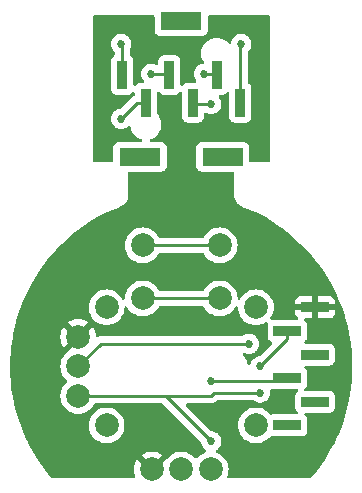
<source format=gbr>
%TF.GenerationSoftware,KiCad,Pcbnew,6.0.11-3.fc37*%
%TF.CreationDate,2023-09-06T08:49:03-04:00*%
%TF.ProjectId,gameKey-PCB-ThumbCluster,67616d65-4b65-4792-9d50-43422d546875,rev?*%
%TF.SameCoordinates,Original*%
%TF.FileFunction,Copper,L2,Bot*%
%TF.FilePolarity,Positive*%
%FSLAX46Y46*%
G04 Gerber Fmt 4.6, Leading zero omitted, Abs format (unit mm)*
G04 Created by KiCad (PCBNEW 6.0.11-3.fc37) date 2023-09-06 08:49:03*
%MOMM*%
%LPD*%
G01*
G04 APERTURE LIST*
%TA.AperFunction,SMDPad,CuDef*%
%ADD10R,0.850000X2.350000*%
%TD*%
%TA.AperFunction,WasherPad*%
%ADD11R,3.500000X1.500000*%
%TD*%
%TA.AperFunction,WasherPad*%
%ADD12C,2.000000*%
%TD*%
%TA.AperFunction,ComponentPad*%
%ADD13C,2.000000*%
%TD*%
%TA.AperFunction,SMDPad,CuDef*%
%ADD14R,2.350000X0.850000*%
%TD*%
%TA.AperFunction,ViaPad*%
%ADD15C,0.685800*%
%TD*%
%TA.AperFunction,Conductor*%
%ADD16C,0.254000*%
%TD*%
G04 APERTURE END LIST*
D10*
%TO.P,J2,1,Pin_1*%
%TO.N,/COL*%
X-5000000Y24675000D03*
%TO.P,J2,2,Pin_2*%
%TO.N,/NP*%
X-3000000Y22325000D03*
%TO.P,J2,3,Pin_3*%
%TO.N,/NW*%
X-1000000Y24675000D03*
%TO.P,J2,4,Pin_4*%
%TO.N,/NS*%
X1000000Y22325000D03*
%TO.P,J2,5,Pin_5*%
%TO.N,/NE*%
X3000000Y24675000D03*
%TO.P,J2,6,Pin_6*%
%TO.N,/NN*%
X5000000Y22325000D03*
%TD*%
D11*
%TO.P,NS1,*%
%TO.N,*%
X3500000Y17750000D03*
X-3500000Y17750000D03*
X0Y29250000D03*
%TD*%
D12*
%TO.P,JS1,*%
%TO.N,*%
X6325000Y-5000000D03*
X-6325000Y-5000000D03*
X-6325000Y5000000D03*
X6325000Y5000000D03*
D13*
%TO.P,JS1,1,GND*%
%TO.N,GND*%
X-2500000Y-8730000D03*
X-8730000Y2500000D03*
%TO.P,JS1,2,VCC*%
%TO.N,VCC*%
X2500000Y-8730000D03*
X-8730000Y-2500000D03*
%TO.P,JS1,3,RY*%
%TO.N,/JX*%
X-8730000Y0D03*
%TO.P,JS1,4,RX*%
%TO.N,/JY*%
X0Y-8730000D03*
%TO.P,JS1,5,SW-A*%
%TO.N,/JB*%
X3250000Y5750000D03*
X-3250000Y5750000D03*
%TO.P,JS1,6,SW-B*%
%TO.N,/JC*%
X3250000Y10250000D03*
X-3250000Y10250000D03*
%TD*%
D14*
%TO.P,J1,1,Pin_1*%
%TO.N,GND*%
X11335000Y5000000D03*
%TO.P,J1,2,Pin_2*%
%TO.N,VCC*%
X8985000Y3000000D03*
%TO.P,J1,3,Pin_3*%
%TO.N,/JX*%
X11335000Y1000000D03*
%TO.P,J1,4,Pin_4*%
%TO.N,/JY*%
X8985000Y-1000000D03*
%TO.P,J1,5,Pin_5*%
%TO.N,/JB*%
X11335000Y-3000000D03*
%TO.P,J1,6,Pin_6*%
%TO.N,/JC*%
X8985000Y-5000000D03*
%TD*%
D15*
%TO.N,/NS*%
X2540000Y22225000D03*
%TO.N,/NN*%
X5080000Y27305000D03*
%TO.N,/NE*%
X1905000Y24765000D03*
%TO.N,/NW*%
X-2540000Y24765000D03*
%TO.N,/NP*%
X-5080000Y20955000D03*
%TO.N,/COL*%
X-5080000Y27305000D03*
%TO.N,GND*%
X-9525000Y8890000D03*
X6350000Y12065000D03*
X9525000Y-6985000D03*
X-9525000Y-6985000D03*
X8890000Y8255000D03*
%TO.N,/JB*%
X11335000Y-3000000D03*
%TO.N,VCC*%
X2540000Y-6350000D03*
X6667500Y-2222500D03*
X6667500Y0D03*
%TO.N,/JY*%
X2540000Y-1270000D03*
%TO.N,/JX*%
X11335000Y1000000D03*
X5715000Y1905000D03*
%TO.N,/JC*%
X8985000Y-5000000D03*
%TD*%
D16*
%TO.N,/NS*%
X2540000Y22225000D02*
X1100000Y22225000D01*
X1100000Y22225000D02*
X1000000Y22325000D01*
%TO.N,/NN*%
X5080000Y27305000D02*
X5000000Y27225000D01*
X5000000Y27225000D02*
X5000000Y22325000D01*
%TO.N,/NE*%
X1905000Y24765000D02*
X2910000Y24765000D01*
X2910000Y24765000D02*
X3000000Y24675000D01*
%TO.N,/NW*%
X-2540000Y24765000D02*
X-1090000Y24765000D01*
X-1090000Y24765000D02*
X-1000000Y24675000D01*
%TO.N,/NP*%
X-5080000Y20955000D02*
X-3710000Y22325000D01*
X-3710000Y22325000D02*
X-3000000Y22325000D01*
%TO.N,/COL*%
X-5080000Y27305000D02*
X-5000000Y27225000D01*
X-5000000Y27225000D02*
X-5000000Y24675000D01*
%TO.N,/JB*%
X-3250000Y5750000D02*
X3250000Y5750000D01*
%TO.N,VCC*%
X8985000Y2317500D02*
X6667500Y0D01*
X2777500Y-2222500D02*
X6667500Y-2222500D01*
X-1310000Y-2500000D02*
X2500000Y-2500000D01*
X-1310000Y-2500000D02*
X2540000Y-6350000D01*
X8985000Y3000000D02*
X8985000Y2317500D01*
X-8730000Y-2500000D02*
X-1310000Y-2500000D01*
X2500000Y-2500000D02*
X2777500Y-2222500D01*
%TO.N,/JY*%
X2540000Y-1270000D02*
X8715000Y-1270000D01*
X8715000Y-1270000D02*
X8985000Y-1000000D01*
%TO.N,/JX*%
X-8730000Y0D02*
X-6825000Y1905000D01*
X-6825000Y1905000D02*
X5715000Y1905000D01*
%TO.N,/JC*%
X-3250000Y10250000D02*
X3250000Y10250000D01*
%TD*%
%TA.AperFunction,Conductor*%
%TO.N,GND*%
G36*
X-2316379Y29721499D02*
G01*
X-2269886Y29667843D01*
X-2258500Y29615501D01*
X-2258500Y28451866D01*
X-2251745Y28389684D01*
X-2200615Y28253295D01*
X-2113261Y28136739D01*
X-1996705Y28049385D01*
X-1860316Y27998255D01*
X-1798134Y27991500D01*
X1798134Y27991500D01*
X1860316Y27998255D01*
X1996705Y28049385D01*
X2113261Y28136739D01*
X2200615Y28253295D01*
X2251745Y28389684D01*
X2258500Y28451866D01*
X2258500Y29615501D01*
X2278502Y29683622D01*
X2332158Y29730115D01*
X2384500Y29741501D01*
X7365501Y29741501D01*
X7433622Y29721499D01*
X7480115Y29667843D01*
X7491501Y29615501D01*
X7491501Y17384501D01*
X7471499Y17316380D01*
X7417843Y17269887D01*
X7365501Y17258501D01*
X5884500Y17258501D01*
X5816379Y17278503D01*
X5769886Y17332159D01*
X5758500Y17384501D01*
X5758500Y18548134D01*
X5751745Y18610316D01*
X5700615Y18746705D01*
X5613261Y18863261D01*
X5496705Y18950615D01*
X5360316Y19001745D01*
X5298134Y19008500D01*
X1701866Y19008500D01*
X1639684Y19001745D01*
X1503295Y18950615D01*
X1386739Y18863261D01*
X1299385Y18746705D01*
X1248255Y18610316D01*
X1241500Y18548134D01*
X1241500Y16951866D01*
X1248255Y16889684D01*
X1299385Y16753295D01*
X1386739Y16636739D01*
X1503295Y16549385D01*
X1639684Y16498255D01*
X1701866Y16491500D01*
X4371272Y16491500D01*
X4439393Y16471498D01*
X4485886Y16417842D01*
X4496793Y16354519D01*
X4491910Y16298700D01*
X4491699Y16296293D01*
X4490433Y16286376D01*
X4486425Y16262554D01*
X4486272Y16250002D01*
X4487524Y16241263D01*
X4490228Y16222378D01*
X4491501Y16204516D01*
X4491501Y14544616D01*
X4489756Y14523717D01*
X4486424Y14503907D01*
X4486272Y14491355D01*
X4486960Y14486551D01*
X4486961Y14486539D01*
X4489198Y14470929D01*
X4490001Y14463938D01*
X4502674Y14317511D01*
X4547348Y14148833D01*
X4620325Y13990332D01*
X4719435Y13846717D01*
X4723241Y13842844D01*
X4723244Y13842840D01*
X4786463Y13778505D01*
X4841735Y13722255D01*
X4948883Y13645503D01*
X4979156Y13623819D01*
X4983591Y13620642D01*
X5083967Y13572278D01*
X5099318Y13564881D01*
X5108257Y13560122D01*
X5128619Y13548208D01*
X5134201Y13546011D01*
X5134437Y13545877D01*
X5134701Y13545814D01*
X5140300Y13543611D01*
X5150063Y13541423D01*
X5160508Y13539082D01*
X5180651Y13532755D01*
X5823083Y13270002D01*
X5828966Y13267419D01*
X6491927Y12955930D01*
X6497670Y12953050D01*
X7143863Y12608190D01*
X7149452Y12605022D01*
X7777249Y12227658D01*
X7782669Y12224209D01*
X8390404Y11815344D01*
X8395642Y11811623D01*
X8680326Y11598240D01*
X8981764Y11372298D01*
X8986785Y11368331D01*
X9499919Y10941183D01*
X9549756Y10899697D01*
X9554587Y10895462D01*
X10092915Y10398765D01*
X10097524Y10394290D01*
X10609850Y9870782D01*
X10614224Y9866078D01*
X10889641Y9554335D01*
X11099188Y9317149D01*
X11103315Y9312230D01*
X11333501Y9023241D01*
X11559675Y8739288D01*
X11563548Y8734162D01*
X11990114Y8138697D01*
X11993721Y8133381D01*
X12389372Y7516960D01*
X12392703Y7511467D01*
X12756422Y6875678D01*
X12759469Y6870022D01*
X13090305Y6216522D01*
X13093060Y6210718D01*
X13390163Y5541188D01*
X13392618Y5535251D01*
X13655199Y4851471D01*
X13657349Y4845416D01*
X13831211Y4313037D01*
X13884741Y4149122D01*
X13886579Y4142966D01*
X14078179Y3435999D01*
X14079701Y3429758D01*
X14235020Y2713934D01*
X14236222Y2707622D01*
X14354852Y1984805D01*
X14355730Y1978441D01*
X14437361Y1250536D01*
X14437914Y1244138D01*
X14444976Y1127903D01*
X14482336Y513007D01*
X14482562Y506587D01*
X14483036Y457670D01*
X14489628Y-222607D01*
X14489659Y-225845D01*
X14489558Y-232259D01*
X14461062Y-921797D01*
X14459312Y-964135D01*
X14458884Y-970526D01*
X14424147Y-1345811D01*
X14391371Y-1699900D01*
X14390616Y-1706280D01*
X14367788Y-1864500D01*
X14299658Y-2336703D01*
X14286014Y-2431266D01*
X14284936Y-2437585D01*
X14143523Y-3156262D01*
X14142125Y-3162524D01*
X14056376Y-3505077D01*
X13964248Y-3873114D01*
X13962529Y-3879304D01*
X13748677Y-4579859D01*
X13746645Y-4585954D01*
X13497357Y-5274713D01*
X13495034Y-5280654D01*
X13324080Y-5686963D01*
X13210949Y-5955842D01*
X13208307Y-5961698D01*
X12890200Y-6621479D01*
X12887263Y-6627194D01*
X12535933Y-7269913D01*
X12535932Y-7269914D01*
X12532713Y-7275462D01*
X12149063Y-7899463D01*
X12145567Y-7904836D01*
X11730619Y-8508454D01*
X11726846Y-8513654D01*
X11281680Y-9095324D01*
X11277647Y-9100324D01*
X10983065Y-9447077D01*
X10923717Y-9486043D01*
X10887039Y-9491499D01*
X4005938Y-9491499D01*
X3937817Y-9471497D01*
X3891324Y-9417841D01*
X3881220Y-9347567D01*
X3889529Y-9317281D01*
X3937211Y-9202167D01*
X3937212Y-9202165D01*
X3939105Y-9197594D01*
X3979563Y-9029076D01*
X3993380Y-8971524D01*
X3993381Y-8971518D01*
X3994535Y-8966711D01*
X4013165Y-8730000D01*
X3994535Y-8493289D01*
X3939105Y-8262406D01*
X3937211Y-8257833D01*
X3850135Y-8047611D01*
X3850133Y-8047607D01*
X3848240Y-8043037D01*
X3845654Y-8038817D01*
X3726759Y-7844798D01*
X3726755Y-7844792D01*
X3724176Y-7840584D01*
X3569969Y-7660031D01*
X3389416Y-7505824D01*
X3385208Y-7503245D01*
X3385202Y-7503241D01*
X3191183Y-7384346D01*
X3186963Y-7381760D01*
X3182393Y-7379867D01*
X3182389Y-7379865D01*
X3097034Y-7344510D01*
X3000860Y-7304674D01*
X2945580Y-7260127D01*
X2923159Y-7192764D01*
X2940717Y-7123972D01*
X2975018Y-7086330D01*
X3019412Y-7054076D01*
X3112836Y-6986199D01*
X3232591Y-6853197D01*
X3322077Y-6698203D01*
X3377382Y-6527991D01*
X3380899Y-6494535D01*
X3395400Y-6356565D01*
X3396090Y-6350000D01*
X3377382Y-6172009D01*
X3322077Y-6001797D01*
X3232591Y-5846803D01*
X3112836Y-5713801D01*
X3069602Y-5682389D01*
X2973387Y-5612485D01*
X2973386Y-5612484D01*
X2968045Y-5608604D01*
X2962017Y-5605920D01*
X2962015Y-5605919D01*
X2810577Y-5538495D01*
X2810576Y-5538495D01*
X2804546Y-5535810D01*
X2629486Y-5498600D01*
X2626347Y-5498600D01*
X2561878Y-5472079D01*
X2551607Y-5462874D01*
X439328Y-3350595D01*
X405302Y-3288283D01*
X410367Y-3217468D01*
X452914Y-3160632D01*
X519434Y-3135821D01*
X528423Y-3135500D01*
X2420980Y-3135500D01*
X2432214Y-3136030D01*
X2439719Y-3137708D01*
X2508012Y-3135562D01*
X2511969Y-3135500D01*
X2539983Y-3135500D01*
X2543908Y-3135004D01*
X2543909Y-3135004D01*
X2544004Y-3134992D01*
X2555849Y-3134059D01*
X2585670Y-3133122D01*
X2592282Y-3132914D01*
X2592283Y-3132914D01*
X2600205Y-3132665D01*
X2619749Y-3126987D01*
X2639112Y-3122977D01*
X2651440Y-3121420D01*
X2651442Y-3121420D01*
X2659299Y-3120427D01*
X2666663Y-3117511D01*
X2666668Y-3117510D01*
X2700556Y-3104093D01*
X2711785Y-3100248D01*
X2728465Y-3095402D01*
X2754393Y-3087869D01*
X2761220Y-3083831D01*
X2761223Y-3083830D01*
X2771906Y-3077512D01*
X2789664Y-3068812D01*
X2801215Y-3064239D01*
X2801221Y-3064235D01*
X2808588Y-3061319D01*
X2844491Y-3035234D01*
X2854410Y-3028719D01*
X2885768Y-3010174D01*
X2885772Y-3010171D01*
X2892598Y-3006134D01*
X2906982Y-2991750D01*
X2922016Y-2978909D01*
X2932073Y-2971602D01*
X2938487Y-2966942D01*
X2944218Y-2960015D01*
X2966777Y-2932745D01*
X2974767Y-2923965D01*
X3003827Y-2894905D01*
X3066139Y-2860879D01*
X3092922Y-2858000D01*
X6052762Y-2858000D01*
X6120883Y-2878002D01*
X6126823Y-2882064D01*
X6239455Y-2963896D01*
X6245483Y-2966580D01*
X6245485Y-2966581D01*
X6396923Y-3034005D01*
X6402954Y-3036690D01*
X6490484Y-3055295D01*
X6571557Y-3072528D01*
X6571561Y-3072528D01*
X6578014Y-3073900D01*
X6756986Y-3073900D01*
X6763439Y-3072528D01*
X6763443Y-3072528D01*
X6844516Y-3055295D01*
X6932046Y-3036690D01*
X6938077Y-3034005D01*
X7089515Y-2966581D01*
X7089517Y-2966580D01*
X7095545Y-2963896D01*
X7144716Y-2928171D01*
X7234992Y-2862582D01*
X7234994Y-2862580D01*
X7240336Y-2858699D01*
X7269988Y-2825767D01*
X7355672Y-2730605D01*
X7355673Y-2730604D01*
X7360091Y-2725697D01*
X7449577Y-2570703D01*
X7504882Y-2400491D01*
X7523590Y-2222500D01*
X7513844Y-2129771D01*
X7505311Y-2048588D01*
X7518083Y-1978749D01*
X7566585Y-1926903D01*
X7635418Y-1909508D01*
X7674848Y-1917434D01*
X7699684Y-1926745D01*
X7707532Y-1927598D01*
X7707534Y-1927598D01*
X7758469Y-1933131D01*
X7761866Y-1933500D01*
X9789774Y-1933500D01*
X9857895Y-1953502D01*
X9904388Y-2007158D01*
X9914492Y-2077432D01*
X9884998Y-2142012D01*
X9865339Y-2160326D01*
X9796739Y-2211739D01*
X9709385Y-2328295D01*
X9658255Y-2464684D01*
X9651500Y-2526866D01*
X9651500Y-3473134D01*
X9658255Y-3535316D01*
X9709385Y-3671705D01*
X9796739Y-3788261D01*
X9803919Y-3793642D01*
X9803920Y-3793643D01*
X9865339Y-3839674D01*
X9907854Y-3896533D01*
X9912880Y-3967352D01*
X9878820Y-4029645D01*
X9816489Y-4063635D01*
X9789774Y-4066500D01*
X7761866Y-4066500D01*
X7699684Y-4073255D01*
X7692288Y-4076027D01*
X7692282Y-4076029D01*
X7644217Y-4094048D01*
X7573410Y-4099231D01*
X7511041Y-4065310D01*
X7504177Y-4057897D01*
X7398177Y-3933787D01*
X7394969Y-3930031D01*
X7214416Y-3775824D01*
X7210208Y-3773245D01*
X7210202Y-3773241D01*
X7016183Y-3654346D01*
X7011963Y-3651760D01*
X7007393Y-3649867D01*
X7007389Y-3649865D01*
X6797167Y-3562789D01*
X6797165Y-3562788D01*
X6792594Y-3560895D01*
X6686050Y-3535316D01*
X6566524Y-3506620D01*
X6566518Y-3506619D01*
X6561711Y-3505465D01*
X6325000Y-3486835D01*
X6088289Y-3505465D01*
X6083482Y-3506619D01*
X6083476Y-3506620D01*
X5963950Y-3535316D01*
X5857406Y-3560895D01*
X5852835Y-3562788D01*
X5852833Y-3562789D01*
X5642611Y-3649865D01*
X5642607Y-3649867D01*
X5638037Y-3651760D01*
X5633817Y-3654346D01*
X5439798Y-3773241D01*
X5439792Y-3773245D01*
X5435584Y-3775824D01*
X5255031Y-3930031D01*
X5100824Y-4110584D01*
X5098245Y-4114792D01*
X5098241Y-4114798D01*
X5034436Y-4218919D01*
X4976760Y-4313037D01*
X4974867Y-4317607D01*
X4974865Y-4317611D01*
X4970440Y-4328295D01*
X4885895Y-4532406D01*
X4830465Y-4763289D01*
X4811835Y-5000000D01*
X4830465Y-5236711D01*
X4831619Y-5241518D01*
X4831620Y-5241524D01*
X4866640Y-5387391D01*
X4885895Y-5467594D01*
X4887788Y-5472165D01*
X4887789Y-5472167D01*
X4943191Y-5605919D01*
X4976760Y-5686963D01*
X4979346Y-5691183D01*
X5098241Y-5885202D01*
X5098245Y-5885208D01*
X5100824Y-5889416D01*
X5255031Y-6069969D01*
X5435584Y-6224176D01*
X5439792Y-6226755D01*
X5439798Y-6226759D01*
X5630196Y-6343435D01*
X5638037Y-6348240D01*
X5642607Y-6350133D01*
X5642611Y-6350135D01*
X5831588Y-6428411D01*
X5857406Y-6439105D01*
X5937609Y-6458360D01*
X6083476Y-6493380D01*
X6083482Y-6493381D01*
X6088289Y-6494535D01*
X6325000Y-6513165D01*
X6561711Y-6494535D01*
X6566518Y-6493381D01*
X6566524Y-6493380D01*
X6712391Y-6458360D01*
X6792594Y-6439105D01*
X6818412Y-6428411D01*
X7007389Y-6350135D01*
X7007393Y-6350133D01*
X7011963Y-6348240D01*
X7019804Y-6343435D01*
X7210202Y-6226759D01*
X7210208Y-6226755D01*
X7214416Y-6224176D01*
X7394969Y-6069969D01*
X7504177Y-5942103D01*
X7563627Y-5903294D01*
X7634622Y-5902788D01*
X7644217Y-5905952D01*
X7692282Y-5923971D01*
X7692288Y-5923973D01*
X7699684Y-5926745D01*
X7761866Y-5933500D01*
X10208134Y-5933500D01*
X10270316Y-5926745D01*
X10406705Y-5875615D01*
X10523261Y-5788261D01*
X10610615Y-5671705D01*
X10661745Y-5535316D01*
X10668500Y-5473134D01*
X10668500Y-4526866D01*
X10661745Y-4464684D01*
X10610615Y-4328295D01*
X10523261Y-4211739D01*
X10454661Y-4160326D01*
X10412146Y-4103467D01*
X10407120Y-4032648D01*
X10441180Y-3970355D01*
X10503511Y-3936365D01*
X10530226Y-3933500D01*
X12558134Y-3933500D01*
X12620316Y-3926745D01*
X12756705Y-3875615D01*
X12873261Y-3788261D01*
X12960615Y-3671705D01*
X13011745Y-3535316D01*
X13018500Y-3473134D01*
X13018500Y-2526866D01*
X13011745Y-2464684D01*
X12960615Y-2328295D01*
X12873261Y-2211739D01*
X12756705Y-2124385D01*
X12620316Y-2073255D01*
X12558134Y-2066500D01*
X10530226Y-2066500D01*
X10462105Y-2046498D01*
X10415612Y-1992842D01*
X10405508Y-1922568D01*
X10435002Y-1857988D01*
X10454661Y-1839674D01*
X10516080Y-1793643D01*
X10516081Y-1793642D01*
X10523261Y-1788261D01*
X10610615Y-1671705D01*
X10661745Y-1535316D01*
X10668500Y-1473134D01*
X10668500Y-526866D01*
X10661745Y-464684D01*
X10610615Y-328295D01*
X10523261Y-211739D01*
X10454661Y-160326D01*
X10412146Y-103467D01*
X10407120Y-32648D01*
X10441180Y29645D01*
X10503511Y63635D01*
X10530226Y66500D01*
X12558134Y66500D01*
X12620316Y73255D01*
X12756705Y124385D01*
X12873261Y211739D01*
X12960615Y328295D01*
X13011745Y464684D01*
X13018500Y526866D01*
X13018500Y1473134D01*
X13011745Y1535316D01*
X12960615Y1671705D01*
X12873261Y1788261D01*
X12756705Y1875615D01*
X12620316Y1926745D01*
X12558134Y1933500D01*
X10530226Y1933500D01*
X10462105Y1953502D01*
X10415612Y2007158D01*
X10405508Y2077432D01*
X10435002Y2142012D01*
X10454661Y2160326D01*
X10516080Y2206357D01*
X10516081Y2206358D01*
X10523261Y2211739D01*
X10610615Y2328295D01*
X10661745Y2464684D01*
X10668500Y2526866D01*
X10668500Y3473134D01*
X10661745Y3535316D01*
X10610615Y3671705D01*
X10523261Y3788261D01*
X10453994Y3840174D01*
X10411479Y3897033D01*
X10406453Y3967852D01*
X10440513Y4030145D01*
X10502845Y4064135D01*
X10529559Y4067000D01*
X11062885Y4067000D01*
X11078124Y4071475D01*
X11079329Y4072865D01*
X11081000Y4080548D01*
X11081000Y4085116D01*
X11589000Y4085116D01*
X11593475Y4069877D01*
X11594865Y4068672D01*
X11602548Y4067001D01*
X12554669Y4067001D01*
X12561490Y4067371D01*
X12612352Y4072895D01*
X12627604Y4076521D01*
X12748054Y4121676D01*
X12763649Y4130214D01*
X12865724Y4206715D01*
X12878285Y4219276D01*
X12954786Y4321351D01*
X12963324Y4336946D01*
X13008478Y4457394D01*
X13012105Y4472649D01*
X13017631Y4523514D01*
X13018000Y4530328D01*
X13018000Y4727885D01*
X13013525Y4743124D01*
X13012135Y4744329D01*
X13004452Y4746000D01*
X11607115Y4746000D01*
X11591876Y4741525D01*
X11590671Y4740135D01*
X11589000Y4732452D01*
X11589000Y4085116D01*
X11081000Y4085116D01*
X11081000Y4727885D01*
X11076525Y4743124D01*
X11075135Y4744329D01*
X11067452Y4746000D01*
X9670116Y4746000D01*
X9654877Y4741525D01*
X9653672Y4740135D01*
X9652001Y4732452D01*
X9652001Y4530331D01*
X9652371Y4523510D01*
X9657895Y4472648D01*
X9661521Y4457396D01*
X9706676Y4336946D01*
X9715214Y4321351D01*
X9791715Y4219276D01*
X9804276Y4206715D01*
X9866173Y4160326D01*
X9908688Y4103467D01*
X9913714Y4032649D01*
X9879654Y3970355D01*
X9817323Y3936365D01*
X9790608Y3933500D01*
X7761866Y3933500D01*
X7699684Y3926745D01*
X7692289Y3923973D01*
X7685935Y3922462D01*
X7615035Y3926165D01*
X7557392Y3967611D01*
X7531307Y4033642D01*
X7545062Y4103293D01*
X7549358Y4110880D01*
X7670649Y4308807D01*
X7670655Y4308818D01*
X7673240Y4313037D01*
X7683144Y4336946D01*
X7762211Y4527833D01*
X7762212Y4527835D01*
X7764105Y4532406D01*
X7783360Y4612609D01*
X7818380Y4758476D01*
X7818381Y4758482D01*
X7819535Y4763289D01*
X7838165Y5000000D01*
X7819535Y5236711D01*
X7815385Y5254000D01*
X7811036Y5272115D01*
X9652000Y5272115D01*
X9656475Y5256876D01*
X9657865Y5255671D01*
X9665548Y5254000D01*
X11062885Y5254000D01*
X11078124Y5258475D01*
X11079329Y5259865D01*
X11081000Y5267548D01*
X11081000Y5272115D01*
X11589000Y5272115D01*
X11593475Y5256876D01*
X11594865Y5255671D01*
X11602548Y5254000D01*
X12999884Y5254000D01*
X13015123Y5258475D01*
X13016328Y5259865D01*
X13017999Y5267548D01*
X13017999Y5469669D01*
X13017629Y5476490D01*
X13012105Y5527352D01*
X13008479Y5542604D01*
X12963324Y5663054D01*
X12954786Y5678649D01*
X12878285Y5780724D01*
X12865724Y5793285D01*
X12763649Y5869786D01*
X12748054Y5878324D01*
X12627606Y5923478D01*
X12612351Y5927105D01*
X12561486Y5932631D01*
X12554672Y5933000D01*
X11607115Y5933000D01*
X11591876Y5928525D01*
X11590671Y5927135D01*
X11589000Y5919452D01*
X11589000Y5272115D01*
X11081000Y5272115D01*
X11081000Y5914884D01*
X11076525Y5930123D01*
X11075135Y5931328D01*
X11067452Y5932999D01*
X10115331Y5932999D01*
X10108510Y5932629D01*
X10057648Y5927105D01*
X10042396Y5923479D01*
X9921946Y5878324D01*
X9906351Y5869786D01*
X9804276Y5793285D01*
X9791715Y5780724D01*
X9715214Y5678649D01*
X9706676Y5663054D01*
X9661522Y5542606D01*
X9657895Y5527351D01*
X9652369Y5476486D01*
X9652000Y5469672D01*
X9652000Y5272115D01*
X7811036Y5272115D01*
X7765260Y5462782D01*
X7764105Y5467594D01*
X7745178Y5513289D01*
X7675135Y5682389D01*
X7675133Y5682393D01*
X7673240Y5686963D01*
X7634611Y5750000D01*
X7551759Y5885202D01*
X7551755Y5885208D01*
X7549176Y5889416D01*
X7394969Y6069969D01*
X7214416Y6224176D01*
X7210208Y6226755D01*
X7210202Y6226759D01*
X7016183Y6345654D01*
X7011963Y6348240D01*
X7007393Y6350133D01*
X7007389Y6350135D01*
X6797167Y6437211D01*
X6797165Y6437212D01*
X6792594Y6439105D01*
X6712391Y6458360D01*
X6566524Y6493380D01*
X6566518Y6493381D01*
X6561711Y6494535D01*
X6325000Y6513165D01*
X6088289Y6494535D01*
X6083482Y6493381D01*
X6083476Y6493380D01*
X5937609Y6458360D01*
X5857406Y6439105D01*
X5852835Y6437212D01*
X5852833Y6437211D01*
X5642611Y6350135D01*
X5642607Y6350133D01*
X5638037Y6348240D01*
X5633817Y6345654D01*
X5439798Y6226759D01*
X5439792Y6226755D01*
X5435584Y6224176D01*
X5255031Y6069969D01*
X5100824Y5889416D01*
X5098242Y5885202D01*
X4994491Y5715897D01*
X4941843Y5668266D01*
X4871801Y5656659D01*
X4806604Y5684762D01*
X4766950Y5743653D01*
X4761446Y5771846D01*
X4750188Y5914884D01*
X4744535Y5986711D01*
X4725449Y6066213D01*
X4690260Y6212782D01*
X4689105Y6217594D01*
X4614365Y6398034D01*
X4600135Y6432389D01*
X4600133Y6432393D01*
X4598240Y6436963D01*
X4592907Y6445665D01*
X4476759Y6635202D01*
X4476755Y6635208D01*
X4474176Y6639416D01*
X4319969Y6819969D01*
X4139416Y6974176D01*
X4135208Y6976755D01*
X4135202Y6976759D01*
X3941183Y7095654D01*
X3936963Y7098240D01*
X3932393Y7100133D01*
X3932389Y7100135D01*
X3722167Y7187211D01*
X3722165Y7187212D01*
X3717594Y7189105D01*
X3637391Y7208360D01*
X3491524Y7243380D01*
X3491518Y7243381D01*
X3486711Y7244535D01*
X3250000Y7263165D01*
X3013289Y7244535D01*
X3008482Y7243381D01*
X3008476Y7243380D01*
X2862609Y7208360D01*
X2782406Y7189105D01*
X2777835Y7187212D01*
X2777833Y7187211D01*
X2567611Y7100135D01*
X2567607Y7100133D01*
X2563037Y7098240D01*
X2558817Y7095654D01*
X2364798Y6976759D01*
X2364792Y6976755D01*
X2360584Y6974176D01*
X2180031Y6819969D01*
X2025824Y6639416D01*
X1937041Y6494535D01*
X1907093Y6445665D01*
X1854445Y6398034D01*
X1799660Y6385500D01*
X-1799660Y6385500D01*
X-1867781Y6405502D01*
X-1907093Y6445665D01*
X-1937040Y6494535D01*
X-2025824Y6639416D01*
X-2180031Y6819969D01*
X-2360584Y6974176D01*
X-2364792Y6976755D01*
X-2364798Y6976759D01*
X-2558817Y7095654D01*
X-2563037Y7098240D01*
X-2567607Y7100133D01*
X-2567611Y7100135D01*
X-2777833Y7187211D01*
X-2777835Y7187212D01*
X-2782406Y7189105D01*
X-2862609Y7208360D01*
X-3008476Y7243380D01*
X-3008482Y7243381D01*
X-3013289Y7244535D01*
X-3250000Y7263165D01*
X-3486711Y7244535D01*
X-3491518Y7243381D01*
X-3491524Y7243380D01*
X-3637391Y7208360D01*
X-3717594Y7189105D01*
X-3722165Y7187212D01*
X-3722167Y7187211D01*
X-3932389Y7100135D01*
X-3932393Y7100133D01*
X-3936963Y7098240D01*
X-3941183Y7095654D01*
X-4135202Y6976759D01*
X-4135208Y6976755D01*
X-4139416Y6974176D01*
X-4319969Y6819969D01*
X-4474176Y6639416D01*
X-4476755Y6635208D01*
X-4476759Y6635202D01*
X-4592907Y6445665D01*
X-4598240Y6436963D01*
X-4600133Y6432393D01*
X-4600135Y6432389D01*
X-4614365Y6398034D01*
X-4689105Y6217594D01*
X-4690260Y6212782D01*
X-4725448Y6066213D01*
X-4744535Y5986711D01*
X-4750188Y5914884D01*
X-4761446Y5771846D01*
X-4786732Y5705504D01*
X-4843870Y5663365D01*
X-4914720Y5658806D01*
X-4976788Y5693275D01*
X-4994491Y5715897D01*
X-5098242Y5885202D01*
X-5100824Y5889416D01*
X-5255031Y6069969D01*
X-5435584Y6224176D01*
X-5439792Y6226755D01*
X-5439798Y6226759D01*
X-5633817Y6345654D01*
X-5638037Y6348240D01*
X-5642607Y6350133D01*
X-5642611Y6350135D01*
X-5852833Y6437211D01*
X-5852835Y6437212D01*
X-5857406Y6439105D01*
X-5937609Y6458360D01*
X-6083476Y6493380D01*
X-6083482Y6493381D01*
X-6088289Y6494535D01*
X-6325000Y6513165D01*
X-6561711Y6494535D01*
X-6566518Y6493381D01*
X-6566524Y6493380D01*
X-6712391Y6458360D01*
X-6792594Y6439105D01*
X-6797165Y6437212D01*
X-6797167Y6437211D01*
X-7007389Y6350135D01*
X-7007393Y6350133D01*
X-7011963Y6348240D01*
X-7016183Y6345654D01*
X-7210202Y6226759D01*
X-7210208Y6226755D01*
X-7214416Y6224176D01*
X-7394969Y6069969D01*
X-7549176Y5889416D01*
X-7551755Y5885208D01*
X-7551759Y5885202D01*
X-7634611Y5750000D01*
X-7673240Y5686963D01*
X-7675133Y5682393D01*
X-7675135Y5682389D01*
X-7745178Y5513289D01*
X-7764105Y5467594D01*
X-7765260Y5462782D01*
X-7815384Y5254000D01*
X-7819535Y5236711D01*
X-7838165Y5000000D01*
X-7819535Y4763289D01*
X-7818381Y4758482D01*
X-7818380Y4758476D01*
X-7783360Y4612609D01*
X-7764105Y4532406D01*
X-7762212Y4527835D01*
X-7762211Y4527833D01*
X-7683143Y4336946D01*
X-7673240Y4313037D01*
X-7670654Y4308817D01*
X-7551759Y4114798D01*
X-7551755Y4114792D01*
X-7549176Y4110584D01*
X-7394969Y3930031D01*
X-7214416Y3775824D01*
X-7210208Y3773245D01*
X-7210202Y3773241D01*
X-7056237Y3678891D01*
X-7011963Y3651760D01*
X-7007393Y3649867D01*
X-7007389Y3649865D01*
X-6893538Y3602707D01*
X-6792594Y3560895D01*
X-6716894Y3542721D01*
X-6566524Y3506620D01*
X-6566518Y3506619D01*
X-6561711Y3505465D01*
X-6325000Y3486835D01*
X-6088289Y3505465D01*
X-6083482Y3506619D01*
X-6083476Y3506620D01*
X-5933106Y3542721D01*
X-5857406Y3560895D01*
X-5756462Y3602707D01*
X-5642611Y3649865D01*
X-5642607Y3649867D01*
X-5638037Y3651760D01*
X-5593763Y3678891D01*
X-5439798Y3773241D01*
X-5439792Y3773245D01*
X-5435584Y3775824D01*
X-5255031Y3930031D01*
X-5100824Y4110584D01*
X-5098245Y4114792D01*
X-5098241Y4114798D01*
X-4979346Y4308817D01*
X-4976760Y4313037D01*
X-4966856Y4336946D01*
X-4887789Y4527833D01*
X-4887788Y4527835D01*
X-4885895Y4532406D01*
X-4866640Y4612609D01*
X-4831620Y4758476D01*
X-4831619Y4758482D01*
X-4830465Y4763289D01*
X-4813554Y4978154D01*
X-4788268Y5044496D01*
X-4731130Y5086635D01*
X-4660280Y5091194D01*
X-4598212Y5056725D01*
X-4580510Y5034104D01*
X-4474176Y4860584D01*
X-4319969Y4680031D01*
X-4139416Y4525824D01*
X-4135208Y4523245D01*
X-4135202Y4523241D01*
X-4027749Y4457394D01*
X-3936963Y4401760D01*
X-3932393Y4399867D01*
X-3932389Y4399865D01*
X-3722167Y4312789D01*
X-3717594Y4310895D01*
X-3637391Y4291640D01*
X-3491524Y4256620D01*
X-3491518Y4256619D01*
X-3486711Y4255465D01*
X-3250000Y4236835D01*
X-3013289Y4255465D01*
X-3008482Y4256619D01*
X-3008476Y4256620D01*
X-2862609Y4291640D01*
X-2782406Y4310895D01*
X-2777833Y4312789D01*
X-2567611Y4399865D01*
X-2567607Y4399867D01*
X-2563037Y4401760D01*
X-2472251Y4457394D01*
X-2364798Y4523241D01*
X-2364792Y4523245D01*
X-2360584Y4525824D01*
X-2180031Y4680031D01*
X-2025824Y4860584D01*
X-1907092Y5054336D01*
X-1854445Y5101966D01*
X-1799660Y5114500D01*
X1799660Y5114500D01*
X1867781Y5094498D01*
X1907092Y5054336D01*
X2025824Y4860584D01*
X2180031Y4680031D01*
X2360584Y4525824D01*
X2364792Y4523245D01*
X2364798Y4523241D01*
X2472251Y4457394D01*
X2563037Y4401760D01*
X2567607Y4399867D01*
X2567611Y4399865D01*
X2777833Y4312789D01*
X2782406Y4310895D01*
X2862609Y4291640D01*
X3008476Y4256620D01*
X3008482Y4256619D01*
X3013289Y4255465D01*
X3250000Y4236835D01*
X3486711Y4255465D01*
X3491518Y4256619D01*
X3491524Y4256620D01*
X3637391Y4291640D01*
X3717594Y4310895D01*
X3722167Y4312789D01*
X3932389Y4399865D01*
X3932393Y4399867D01*
X3936963Y4401760D01*
X4027749Y4457394D01*
X4135202Y4523241D01*
X4135208Y4523245D01*
X4139416Y4525824D01*
X4319969Y4680031D01*
X4474176Y4860584D01*
X4580509Y5034103D01*
X4633157Y5081734D01*
X4703199Y5093341D01*
X4768396Y5065238D01*
X4808050Y5006347D01*
X4813554Y4978154D01*
X4830465Y4763289D01*
X4831619Y4758482D01*
X4831620Y4758476D01*
X4866640Y4612609D01*
X4885895Y4532406D01*
X4887788Y4527835D01*
X4887789Y4527833D01*
X4966857Y4336946D01*
X4976760Y4313037D01*
X4979346Y4308817D01*
X5098241Y4114798D01*
X5098245Y4114792D01*
X5100824Y4110584D01*
X5255031Y3930031D01*
X5435584Y3775824D01*
X5439792Y3773245D01*
X5439798Y3773241D01*
X5593763Y3678891D01*
X5638037Y3651760D01*
X5642607Y3649867D01*
X5642611Y3649865D01*
X5756462Y3602707D01*
X5857406Y3560895D01*
X5933106Y3542721D01*
X6083476Y3506620D01*
X6083482Y3506619D01*
X6088289Y3505465D01*
X6325000Y3486835D01*
X6561711Y3505465D01*
X6566518Y3506619D01*
X6566524Y3506620D01*
X6716894Y3542721D01*
X6792594Y3560895D01*
X6893538Y3602707D01*
X7007389Y3649865D01*
X7007393Y3649867D01*
X7011963Y3651760D01*
X7016183Y3654346D01*
X7016193Y3654351D01*
X7140842Y3730737D01*
X7209375Y3749276D01*
X7277052Y3727820D01*
X7322385Y3673181D01*
X7330982Y3602707D01*
X7324659Y3579077D01*
X7311030Y3542721D01*
X7311029Y3542715D01*
X7308255Y3535316D01*
X7301500Y3473134D01*
X7301500Y2526866D01*
X7308255Y2464684D01*
X7359385Y2328295D01*
X7446739Y2211739D01*
X7563295Y2124385D01*
X7571704Y2121233D01*
X7571705Y2121232D01*
X7619965Y2103140D01*
X7676730Y2060499D01*
X7701430Y1993937D01*
X7686223Y1924588D01*
X7664831Y1896064D01*
X6655893Y887126D01*
X6593581Y853100D01*
X6583006Y851400D01*
X6578014Y851400D01*
X6402954Y814190D01*
X6396924Y811505D01*
X6396923Y811505D01*
X6245485Y744081D01*
X6245483Y744080D01*
X6239455Y741396D01*
X6234114Y737516D01*
X6234113Y737515D01*
X6116085Y651762D01*
X6094664Y636199D01*
X6090243Y631289D01*
X6090242Y631288D01*
X5996221Y526866D01*
X5974909Y503197D01*
X5885423Y348203D01*
X5883382Y341921D01*
X5883381Y341919D01*
X5876620Y321109D01*
X5838339Y203292D01*
X5798267Y144689D01*
X5732871Y117051D01*
X5662914Y129158D01*
X5610607Y177163D01*
X5594422Y220346D01*
X5594022Y222617D01*
X5593543Y228087D01*
X5589927Y241584D01*
X5535707Y443933D01*
X5535706Y443935D01*
X5534284Y449243D01*
X5530534Y457285D01*
X5439849Y651762D01*
X5439846Y651767D01*
X5437523Y656749D01*
X5364098Y761611D01*
X5309357Y839789D01*
X5309355Y839792D01*
X5306198Y844300D01*
X5226797Y923701D01*
X5192771Y986013D01*
X5197836Y1056828D01*
X5240383Y1113664D01*
X5306903Y1138475D01*
X5367140Y1127903D01*
X5444419Y1093496D01*
X5444427Y1093493D01*
X5450454Y1090810D01*
X5533411Y1073177D01*
X5619057Y1054972D01*
X5619061Y1054972D01*
X5625514Y1053600D01*
X5804486Y1053600D01*
X5810939Y1054972D01*
X5810943Y1054972D01*
X5896589Y1073177D01*
X5979546Y1090810D01*
X5990628Y1095744D01*
X6137015Y1160919D01*
X6137017Y1160920D01*
X6143045Y1163604D01*
X6226415Y1224176D01*
X6282492Y1264918D01*
X6282494Y1264920D01*
X6287836Y1268801D01*
X6292258Y1273712D01*
X6403172Y1396895D01*
X6403173Y1396896D01*
X6407591Y1401803D01*
X6497077Y1556797D01*
X6552382Y1727009D01*
X6571090Y1905000D01*
X6570400Y1911565D01*
X6553072Y2076427D01*
X6553072Y2076428D01*
X6552382Y2082991D01*
X6497077Y2253203D01*
X6407591Y2408197D01*
X6327609Y2497027D01*
X6292258Y2536288D01*
X6292257Y2536289D01*
X6287836Y2541199D01*
X6143045Y2646396D01*
X6137017Y2649080D01*
X6137015Y2649081D01*
X5985577Y2716505D01*
X5985576Y2716505D01*
X5979546Y2719190D01*
X5892016Y2737795D01*
X5810943Y2755028D01*
X5810939Y2755028D01*
X5804486Y2756400D01*
X5625514Y2756400D01*
X5619061Y2755028D01*
X5619057Y2755028D01*
X5537984Y2737795D01*
X5450454Y2719190D01*
X5444424Y2716505D01*
X5444423Y2716505D01*
X5292985Y2649081D01*
X5292983Y2649080D01*
X5286955Y2646396D01*
X5281614Y2642516D01*
X5281613Y2642515D01*
X5174323Y2564564D01*
X5107455Y2540705D01*
X5100262Y2540500D01*
X-6745968Y2540500D01*
X-6757207Y2541030D01*
X-6764719Y2542709D01*
X-6772644Y2542460D01*
X-6772645Y2542460D01*
X-6833030Y2540562D01*
X-6836988Y2540500D01*
X-6864983Y2540500D01*
X-6868917Y2540003D01*
X-6868919Y2540003D01*
X-6869006Y2539992D01*
X-6880840Y2539060D01*
X-6925205Y2537665D01*
X-6932818Y2535453D01*
X-6932819Y2535453D01*
X-6944748Y2531987D01*
X-6964112Y2527977D01*
X-6976440Y2526420D01*
X-6976442Y2526420D01*
X-6984299Y2525427D01*
X-6991663Y2522511D01*
X-6991668Y2522510D01*
X-7025556Y2509093D01*
X-7036785Y2505248D01*
X-7065081Y2497027D01*
X-7136077Y2497229D01*
X-7195694Y2535783D01*
X-7225003Y2600448D01*
X-7225847Y2608138D01*
X-7235572Y2731699D01*
X-7237115Y2741446D01*
X-7290217Y2962627D01*
X-7293266Y2972012D01*
X-7380313Y3182163D01*
X-7384795Y3190958D01*
X-7487432Y3358445D01*
X-7497890Y3367907D01*
X-7506666Y3364124D01*
X-9591080Y1279710D01*
X-9612026Y1241352D01*
X-9640782Y1205928D01*
X-9772424Y1093495D01*
X-9799969Y1069969D01*
X-9803177Y1066213D01*
X-9812778Y1054972D01*
X-9954176Y889416D01*
X-9956755Y885208D01*
X-9956759Y885202D01*
X-10043238Y744081D01*
X-10078240Y686963D01*
X-10080133Y682393D01*
X-10080135Y682389D01*
X-10167056Y472540D01*
X-10169105Y467594D01*
X-10174785Y443933D01*
X-10223365Y241584D01*
X-10224535Y236711D01*
X-10243165Y0D01*
X-10224535Y-236711D01*
X-10169105Y-467594D01*
X-10167212Y-472165D01*
X-10167211Y-472167D01*
X-10100260Y-633801D01*
X-10078240Y-686963D01*
X-10075654Y-691183D01*
X-9956759Y-885202D01*
X-9956755Y-885208D01*
X-9954176Y-889416D01*
X-9799969Y-1069969D01*
X-9796213Y-1073177D01*
X-9796208Y-1073182D01*
X-9701361Y-1154189D01*
X-9662551Y-1213639D01*
X-9662045Y-1284634D01*
X-9701361Y-1345811D01*
X-9796208Y-1426818D01*
X-9796213Y-1426823D01*
X-9799969Y-1430031D01*
X-9954176Y-1610584D01*
X-9956755Y-1614792D01*
X-9956759Y-1614798D01*
X-10012819Y-1706280D01*
X-10078240Y-1813037D01*
X-10080133Y-1817607D01*
X-10080135Y-1817611D01*
X-10128137Y-1933500D01*
X-10169105Y-2032406D01*
X-10172488Y-2046498D01*
X-10214742Y-2222500D01*
X-10224535Y-2263289D01*
X-10243165Y-2500000D01*
X-10224535Y-2736711D01*
X-10169105Y-2967594D01*
X-10167212Y-2972165D01*
X-10167211Y-2972167D01*
X-10088359Y-3162533D01*
X-10078240Y-3186963D01*
X-10075654Y-3191183D01*
X-9956759Y-3385202D01*
X-9956755Y-3385208D01*
X-9954176Y-3389416D01*
X-9799969Y-3569969D01*
X-9619416Y-3724176D01*
X-9615208Y-3726755D01*
X-9615202Y-3726759D01*
X-9506057Y-3793643D01*
X-9416963Y-3848240D01*
X-9412393Y-3850133D01*
X-9412389Y-3850135D01*
X-9300373Y-3896533D01*
X-9197594Y-3939105D01*
X-9117391Y-3958360D01*
X-8971524Y-3993380D01*
X-8971518Y-3993381D01*
X-8966711Y-3994535D01*
X-8730000Y-4013165D01*
X-8493289Y-3994535D01*
X-8488482Y-3993381D01*
X-8488476Y-3993380D01*
X-8342609Y-3958360D01*
X-8262406Y-3939105D01*
X-8159627Y-3896533D01*
X-8047611Y-3850135D01*
X-8047607Y-3850133D01*
X-8043037Y-3848240D01*
X-7953943Y-3793643D01*
X-7844798Y-3726759D01*
X-7844792Y-3726755D01*
X-7840584Y-3724176D01*
X-7660031Y-3569969D01*
X-7505824Y-3389416D01*
X-7387092Y-3195664D01*
X-7334445Y-3148034D01*
X-7279660Y-3135500D01*
X-1625422Y-3135500D01*
X-1557301Y-3155502D01*
X-1536327Y-3172405D01*
X1657367Y-6366099D01*
X1691393Y-6428411D01*
X1693582Y-6442023D01*
X1702618Y-6527991D01*
X1757923Y-6698203D01*
X1847409Y-6853197D01*
X1967164Y-6986199D01*
X2077470Y-7066341D01*
X2120823Y-7122562D01*
X2126898Y-7193298D01*
X2093767Y-7256090D01*
X2041219Y-7286023D01*
X2041929Y-7288209D01*
X2037217Y-7289740D01*
X2032406Y-7290895D01*
X2027835Y-7292788D01*
X2027833Y-7292789D01*
X1817611Y-7379865D01*
X1817607Y-7379867D01*
X1813037Y-7381760D01*
X1808817Y-7384346D01*
X1614798Y-7503241D01*
X1614792Y-7503245D01*
X1610584Y-7505824D01*
X1430031Y-7660031D01*
X1426823Y-7663787D01*
X1426818Y-7663792D01*
X1345811Y-7758639D01*
X1286361Y-7797449D01*
X1215366Y-7797955D01*
X1154189Y-7758639D01*
X1073182Y-7663792D01*
X1073177Y-7663787D01*
X1069969Y-7660031D01*
X889416Y-7505824D01*
X885208Y-7503245D01*
X885202Y-7503241D01*
X691183Y-7384346D01*
X686963Y-7381760D01*
X682393Y-7379867D01*
X682389Y-7379865D01*
X472167Y-7292789D01*
X472165Y-7292788D01*
X467594Y-7290895D01*
X339436Y-7260127D01*
X241524Y-7236620D01*
X241518Y-7236619D01*
X236711Y-7235465D01*
X0Y-7216835D01*
X-236711Y-7235465D01*
X-241518Y-7236619D01*
X-241524Y-7236620D01*
X-339436Y-7260127D01*
X-467594Y-7290895D01*
X-472165Y-7292788D01*
X-472167Y-7292789D01*
X-682389Y-7379865D01*
X-682393Y-7379867D01*
X-686963Y-7381760D01*
X-691183Y-7384346D01*
X-885202Y-7503241D01*
X-885208Y-7503245D01*
X-889416Y-7505824D01*
X-1069969Y-7660031D01*
X-1073177Y-7663787D01*
X-1208753Y-7822526D01*
X-1254686Y-7856402D01*
X-1276668Y-7865878D01*
X-2410905Y-9000115D01*
X-2473217Y-9034141D01*
X-2544032Y-9029076D01*
X-2589095Y-9000115D01*
X-3720290Y-7868920D01*
X-3732670Y-7862160D01*
X-3740320Y-7867887D01*
X-3845205Y-8039042D01*
X-3849687Y-8047837D01*
X-3936734Y-8257988D01*
X-3939783Y-8267373D01*
X-3992885Y-8488554D01*
X-3994428Y-8498301D01*
X-4012275Y-8725070D01*
X-4012275Y-8734930D01*
X-3994428Y-8961699D01*
X-3992885Y-8971446D01*
X-3939783Y-9192627D01*
X-3936734Y-9202012D01*
X-3888988Y-9317281D01*
X-3881399Y-9387871D01*
X-3913178Y-9451358D01*
X-3974237Y-9487585D01*
X-4005397Y-9491499D01*
X-10887036Y-9491499D01*
X-10955157Y-9471497D01*
X-10983062Y-9447077D01*
X-11277645Y-9100323D01*
X-11281678Y-9095323D01*
X-11726853Y-8513640D01*
X-11730626Y-8508440D01*
X-12145556Y-7904848D01*
X-12149060Y-7899463D01*
X-12395957Y-7497890D01*
X-3367907Y-7497890D01*
X-3364124Y-7506666D01*
X-2512812Y-8357978D01*
X-2498868Y-8365592D01*
X-2497035Y-8365461D01*
X-2490420Y-8361210D01*
X-1638920Y-7509710D01*
X-1632160Y-7497330D01*
X-1637887Y-7489680D01*
X-1809042Y-7384795D01*
X-1817837Y-7380313D01*
X-2027988Y-7293266D01*
X-2037373Y-7290217D01*
X-2258554Y-7237115D01*
X-2268301Y-7235572D01*
X-2495070Y-7217725D01*
X-2504930Y-7217725D01*
X-2731699Y-7235572D01*
X-2741446Y-7237115D01*
X-2962627Y-7290217D01*
X-2972012Y-7293266D01*
X-3182163Y-7380313D01*
X-3190958Y-7384795D01*
X-3358445Y-7487432D01*
X-3367907Y-7497890D01*
X-12395957Y-7497890D01*
X-12396301Y-7497330D01*
X-12532711Y-7275461D01*
X-12535930Y-7269913D01*
X-12564457Y-7217725D01*
X-12887260Y-6627194D01*
X-12890193Y-6621487D01*
X-12998114Y-6397650D01*
X-13208314Y-5961681D01*
X-13210951Y-5955834D01*
X-13224357Y-5923971D01*
X-13495032Y-5280653D01*
X-13497355Y-5274712D01*
X-13596784Y-5000000D01*
X-7838165Y-5000000D01*
X-7819535Y-5236711D01*
X-7818381Y-5241518D01*
X-7818380Y-5241524D01*
X-7783360Y-5387391D01*
X-7764105Y-5467594D01*
X-7762212Y-5472165D01*
X-7762211Y-5472167D01*
X-7706809Y-5605919D01*
X-7673240Y-5686963D01*
X-7670654Y-5691183D01*
X-7551759Y-5885202D01*
X-7551755Y-5885208D01*
X-7549176Y-5889416D01*
X-7394969Y-6069969D01*
X-7214416Y-6224176D01*
X-7210208Y-6226755D01*
X-7210202Y-6226759D01*
X-7019804Y-6343435D01*
X-7011963Y-6348240D01*
X-7007393Y-6350133D01*
X-7007389Y-6350135D01*
X-6818412Y-6428411D01*
X-6792594Y-6439105D01*
X-6712391Y-6458360D01*
X-6566524Y-6493380D01*
X-6566518Y-6493381D01*
X-6561711Y-6494535D01*
X-6325000Y-6513165D01*
X-6088289Y-6494535D01*
X-6083482Y-6493381D01*
X-6083476Y-6493380D01*
X-5937609Y-6458360D01*
X-5857406Y-6439105D01*
X-5831588Y-6428411D01*
X-5642611Y-6350135D01*
X-5642607Y-6350133D01*
X-5638037Y-6348240D01*
X-5630196Y-6343435D01*
X-5439798Y-6226759D01*
X-5439792Y-6226755D01*
X-5435584Y-6224176D01*
X-5255031Y-6069969D01*
X-5100824Y-5889416D01*
X-5098245Y-5885208D01*
X-5098241Y-5885202D01*
X-4979346Y-5691183D01*
X-4976760Y-5686963D01*
X-4943190Y-5605919D01*
X-4887789Y-5472167D01*
X-4887788Y-5472165D01*
X-4885895Y-5467594D01*
X-4866640Y-5387391D01*
X-4831620Y-5241524D01*
X-4831619Y-5241518D01*
X-4830465Y-5236711D01*
X-4811835Y-5000000D01*
X-4830465Y-4763289D01*
X-4885895Y-4532406D01*
X-4970440Y-4328295D01*
X-4974865Y-4317611D01*
X-4974867Y-4317607D01*
X-4976760Y-4313037D01*
X-5034436Y-4218919D01*
X-5098241Y-4114798D01*
X-5098245Y-4114792D01*
X-5100824Y-4110584D01*
X-5255031Y-3930031D01*
X-5435584Y-3775824D01*
X-5439792Y-3773245D01*
X-5439798Y-3773241D01*
X-5633817Y-3654346D01*
X-5638037Y-3651760D01*
X-5642607Y-3649867D01*
X-5642611Y-3649865D01*
X-5852833Y-3562789D01*
X-5852835Y-3562788D01*
X-5857406Y-3560895D01*
X-5963950Y-3535316D01*
X-6083476Y-3506620D01*
X-6083482Y-3506619D01*
X-6088289Y-3505465D01*
X-6325000Y-3486835D01*
X-6561711Y-3505465D01*
X-6566518Y-3506619D01*
X-6566524Y-3506620D01*
X-6686050Y-3535316D01*
X-6792594Y-3560895D01*
X-6797165Y-3562788D01*
X-6797167Y-3562789D01*
X-7007389Y-3649865D01*
X-7007393Y-3649867D01*
X-7011963Y-3651760D01*
X-7016183Y-3654346D01*
X-7210202Y-3773241D01*
X-7210208Y-3773245D01*
X-7214416Y-3775824D01*
X-7394969Y-3930031D01*
X-7549176Y-4110584D01*
X-7551755Y-4114792D01*
X-7551759Y-4114798D01*
X-7615564Y-4218919D01*
X-7673240Y-4313037D01*
X-7675133Y-4317607D01*
X-7675135Y-4317611D01*
X-7679560Y-4328295D01*
X-7764105Y-4532406D01*
X-7819535Y-4763289D01*
X-7838165Y-5000000D01*
X-13596784Y-5000000D01*
X-13746643Y-4585954D01*
X-13748675Y-4579859D01*
X-13962527Y-3879304D01*
X-13964246Y-3873114D01*
X-14056374Y-3505077D01*
X-14142123Y-3162524D01*
X-14143521Y-3156262D01*
X-14284934Y-2437584D01*
X-14286012Y-2431265D01*
X-14299655Y-2336703D01*
X-14375820Y-1808817D01*
X-14390614Y-1706280D01*
X-14391369Y-1699900D01*
X-14424145Y-1345811D01*
X-14458882Y-970526D01*
X-14459310Y-964135D01*
X-14461059Y-921797D01*
X-14489556Y-232258D01*
X-14489657Y-225844D01*
X-14489625Y-222607D01*
X-14483034Y457670D01*
X-14482560Y506587D01*
X-14482334Y513007D01*
X-14437912Y1244136D01*
X-14437359Y1250537D01*
X-14435657Y1265709D01*
X-14393509Y1641555D01*
X-14355729Y1978441D01*
X-14354851Y1984805D01*
X-14271105Y2495070D01*
X-10242275Y2495070D01*
X-10224428Y2268301D01*
X-10222885Y2258554D01*
X-10169783Y2037373D01*
X-10166734Y2027988D01*
X-10079687Y1817837D01*
X-10075205Y1809042D01*
X-9972568Y1641555D01*
X-9962110Y1632093D01*
X-9953334Y1635876D01*
X-9102022Y2487188D01*
X-9094408Y2501132D01*
X-9094539Y2502965D01*
X-9098790Y2509580D01*
X-9950290Y3361080D01*
X-9962670Y3367840D01*
X-9970320Y3362113D01*
X-10075205Y3190958D01*
X-10079687Y3182163D01*
X-10166734Y2972012D01*
X-10169783Y2962627D01*
X-10222885Y2741446D01*
X-10224428Y2731699D01*
X-10242275Y2504930D01*
X-10242275Y2495070D01*
X-14271105Y2495070D01*
X-14236220Y2707623D01*
X-14235018Y2713935D01*
X-14079700Y3429758D01*
X-14078178Y3435999D01*
X-13997926Y3732110D01*
X-9597907Y3732110D01*
X-9594124Y3723334D01*
X-8742812Y2872022D01*
X-8728868Y2864408D01*
X-8727035Y2864539D01*
X-8720420Y2868790D01*
X-7868920Y3720290D01*
X-7862160Y3732670D01*
X-7867887Y3740320D01*
X-8039042Y3845205D01*
X-8047837Y3849687D01*
X-8257988Y3936734D01*
X-8267373Y3939783D01*
X-8488554Y3992885D01*
X-8498301Y3994428D01*
X-8725070Y4012275D01*
X-8734930Y4012275D01*
X-8961699Y3994428D01*
X-8971446Y3992885D01*
X-9192627Y3939783D01*
X-9202012Y3936734D01*
X-9412163Y3849687D01*
X-9420958Y3845205D01*
X-9588445Y3742568D01*
X-9597907Y3732110D01*
X-13997926Y3732110D01*
X-13886577Y4142966D01*
X-13884739Y4149122D01*
X-13831208Y4313037D01*
X-13657347Y4845416D01*
X-13655197Y4851471D01*
X-13392616Y5535251D01*
X-13390161Y5541188D01*
X-13093058Y6210718D01*
X-13090303Y6216522D01*
X-12759467Y6870022D01*
X-12756420Y6875678D01*
X-12392701Y7511468D01*
X-12389370Y7516961D01*
X-11993719Y8133381D01*
X-11990112Y8138697D01*
X-11563546Y8734162D01*
X-11559673Y8739288D01*
X-11333499Y9023241D01*
X-11103313Y9312230D01*
X-11099186Y9317149D01*
X-10889638Y9554335D01*
X-10614222Y9866078D01*
X-10609848Y9870782D01*
X-10238730Y10250000D01*
X-4763165Y10250000D01*
X-4744535Y10013289D01*
X-4689105Y9782406D01*
X-4687212Y9777835D01*
X-4687211Y9777833D01*
X-4611271Y9594498D01*
X-4598240Y9563037D01*
X-4595654Y9558817D01*
X-4476759Y9364798D01*
X-4476755Y9364792D01*
X-4474176Y9360584D01*
X-4319969Y9180031D01*
X-4139416Y9025824D01*
X-4135208Y9023245D01*
X-4135202Y9023241D01*
X-3950622Y8910130D01*
X-3936963Y8901760D01*
X-3932393Y8899867D01*
X-3932389Y8899865D01*
X-3722167Y8812789D01*
X-3717594Y8810895D01*
X-3637391Y8791640D01*
X-3491524Y8756620D01*
X-3491518Y8756619D01*
X-3486711Y8755465D01*
X-3250000Y8736835D01*
X-3013289Y8755465D01*
X-3008482Y8756619D01*
X-3008476Y8756620D01*
X-2862609Y8791640D01*
X-2782406Y8810895D01*
X-2777833Y8812789D01*
X-2567611Y8899865D01*
X-2567607Y8899867D01*
X-2563037Y8901760D01*
X-2549378Y8910130D01*
X-2364798Y9023241D01*
X-2364792Y9023245D01*
X-2360584Y9025824D01*
X-2180031Y9180031D01*
X-2025824Y9360584D01*
X-1907092Y9554336D01*
X-1854445Y9601966D01*
X-1799660Y9614500D01*
X1799660Y9614500D01*
X1867781Y9594498D01*
X1907092Y9554336D01*
X2025824Y9360584D01*
X2180031Y9180031D01*
X2360584Y9025824D01*
X2364792Y9023245D01*
X2364798Y9023241D01*
X2549378Y8910130D01*
X2563037Y8901760D01*
X2567607Y8899867D01*
X2567611Y8899865D01*
X2777833Y8812789D01*
X2782406Y8810895D01*
X2862609Y8791640D01*
X3008476Y8756620D01*
X3008482Y8756619D01*
X3013289Y8755465D01*
X3250000Y8736835D01*
X3486711Y8755465D01*
X3491518Y8756619D01*
X3491524Y8756620D01*
X3637391Y8791640D01*
X3717594Y8810895D01*
X3722167Y8812789D01*
X3932389Y8899865D01*
X3932393Y8899867D01*
X3936963Y8901760D01*
X3950622Y8910130D01*
X4135202Y9023241D01*
X4135208Y9023245D01*
X4139416Y9025824D01*
X4319969Y9180031D01*
X4474176Y9360584D01*
X4476755Y9364792D01*
X4476759Y9364798D01*
X4595654Y9558817D01*
X4598240Y9563037D01*
X4611272Y9594498D01*
X4687211Y9777833D01*
X4687212Y9777835D01*
X4689105Y9782406D01*
X4744535Y10013289D01*
X4763165Y10250000D01*
X4744535Y10486711D01*
X4689105Y10717594D01*
X4619557Y10885500D01*
X4600135Y10932389D01*
X4600133Y10932393D01*
X4598240Y10936963D01*
X4592907Y10945665D01*
X4476759Y11135202D01*
X4476755Y11135208D01*
X4474176Y11139416D01*
X4319969Y11319969D01*
X4139416Y11474176D01*
X4135208Y11476755D01*
X4135202Y11476759D01*
X3941183Y11595654D01*
X3936963Y11598240D01*
X3932393Y11600133D01*
X3932389Y11600135D01*
X3722167Y11687211D01*
X3722165Y11687212D01*
X3717594Y11689105D01*
X3637391Y11708360D01*
X3491524Y11743380D01*
X3491518Y11743381D01*
X3486711Y11744535D01*
X3250000Y11763165D01*
X3013289Y11744535D01*
X3008482Y11743381D01*
X3008476Y11743380D01*
X2862609Y11708360D01*
X2782406Y11689105D01*
X2777835Y11687212D01*
X2777833Y11687211D01*
X2567611Y11600135D01*
X2567607Y11600133D01*
X2563037Y11598240D01*
X2558817Y11595654D01*
X2364798Y11476759D01*
X2364792Y11476755D01*
X2360584Y11474176D01*
X2180031Y11319969D01*
X2025824Y11139416D01*
X2023242Y11135202D01*
X1907093Y10945665D01*
X1854445Y10898034D01*
X1799660Y10885500D01*
X-1799660Y10885500D01*
X-1867781Y10905502D01*
X-1907093Y10945665D01*
X-2023242Y11135202D01*
X-2025824Y11139416D01*
X-2180031Y11319969D01*
X-2360584Y11474176D01*
X-2364792Y11476755D01*
X-2364798Y11476759D01*
X-2558817Y11595654D01*
X-2563037Y11598240D01*
X-2567607Y11600133D01*
X-2567611Y11600135D01*
X-2777833Y11687211D01*
X-2777835Y11687212D01*
X-2782406Y11689105D01*
X-2862609Y11708360D01*
X-3008476Y11743380D01*
X-3008482Y11743381D01*
X-3013289Y11744535D01*
X-3250000Y11763165D01*
X-3486711Y11744535D01*
X-3491518Y11743381D01*
X-3491524Y11743380D01*
X-3637391Y11708360D01*
X-3717594Y11689105D01*
X-3722165Y11687212D01*
X-3722167Y11687211D01*
X-3932389Y11600135D01*
X-3932393Y11600133D01*
X-3936963Y11598240D01*
X-3941183Y11595654D01*
X-4135202Y11476759D01*
X-4135208Y11476755D01*
X-4139416Y11474176D01*
X-4319969Y11319969D01*
X-4474176Y11139416D01*
X-4476755Y11135208D01*
X-4476759Y11135202D01*
X-4592907Y10945665D01*
X-4598240Y10936963D01*
X-4600133Y10932393D01*
X-4600135Y10932389D01*
X-4619557Y10885500D01*
X-4689105Y10717594D01*
X-4744535Y10486711D01*
X-4763165Y10250000D01*
X-10238730Y10250000D01*
X-10097522Y10394290D01*
X-10092913Y10398765D01*
X-9554576Y10895471D01*
X-9549755Y10899697D01*
X-8986785Y11368329D01*
X-8981762Y11372298D01*
X-8395640Y11811623D01*
X-8390402Y11815344D01*
X-7782667Y12224210D01*
X-7777247Y12227659D01*
X-7149450Y12605022D01*
X-7143861Y12608190D01*
X-6497668Y12953051D01*
X-6491925Y12955931D01*
X-5828964Y13267419D01*
X-5823090Y13269999D01*
X-5187731Y13529859D01*
X-5164579Y13536821D01*
X-5156860Y13538354D01*
X-5156858Y13538354D01*
X-5152077Y13539304D01*
X-5146436Y13541367D01*
X-5146170Y13541423D01*
X-5145930Y13541552D01*
X-5140288Y13543615D01*
X-5121895Y13553783D01*
X-5115648Y13557011D01*
X-5103879Y13562682D01*
X-4983581Y13620649D01*
X-4931677Y13657830D01*
X-4846149Y13719097D01*
X-4846147Y13719099D01*
X-4841727Y13722265D01*
X-4719431Y13846731D01*
X-4620325Y13990349D01*
X-4547354Y14148852D01*
X-4530490Y14212533D01*
X-4504079Y14312271D01*
X-4504079Y14312273D01*
X-4502686Y14317532D01*
X-4491615Y14445517D01*
X-4490338Y14455555D01*
X-4487230Y14474027D01*
X-4487230Y14474031D01*
X-4486423Y14478825D01*
X-4486270Y14491377D01*
X-4490226Y14519001D01*
X-4491499Y14536863D01*
X-4491499Y16196752D01*
X-4489753Y16217657D01*
X-4487229Y16232658D01*
X-4487229Y16232661D01*
X-4486423Y16237450D01*
X-4486270Y16250002D01*
X-4486959Y16254816D01*
X-4486960Y16254826D01*
X-4489317Y16271282D01*
X-4490111Y16278164D01*
X-4491907Y16298700D01*
X-4496791Y16354519D01*
X-4482802Y16424123D01*
X-4433402Y16475116D01*
X-4371270Y16491500D01*
X-1701866Y16491500D01*
X-1639684Y16498255D01*
X-1503295Y16549385D01*
X-1386739Y16636739D01*
X-1299385Y16753295D01*
X-1248255Y16889684D01*
X-1241500Y16951866D01*
X-1241500Y18548134D01*
X-1248255Y18610316D01*
X-1299385Y18746705D01*
X-1386739Y18863261D01*
X-1503295Y18950615D01*
X-1639684Y19001745D01*
X-1701866Y19008500D01*
X-2553634Y19008500D01*
X-2621755Y19028502D01*
X-2668248Y19082158D01*
X-2678352Y19152432D01*
X-2648858Y19217012D01*
X-2586245Y19256207D01*
X-2556067Y19264293D01*
X-2556065Y19264294D01*
X-2550757Y19265716D01*
X-2545775Y19268039D01*
X-2348238Y19360151D01*
X-2348233Y19360154D01*
X-2343251Y19362477D01*
X-2238389Y19435902D01*
X-2160211Y19490643D01*
X-2160208Y19490645D01*
X-2155700Y19493802D01*
X-1993802Y19655700D01*
X-1862477Y19843251D01*
X-1860154Y19848233D01*
X-1860151Y19848238D01*
X-1768039Y20045775D01*
X-1768039Y20045776D01*
X-1765716Y20050757D01*
X-1751556Y20103600D01*
X-1707881Y20266598D01*
X-1707881Y20266600D01*
X-1706457Y20271913D01*
X-1686502Y20500000D01*
X-1706457Y20728087D01*
X-1720731Y20781358D01*
X-1764293Y20943933D01*
X-1764294Y20943935D01*
X-1765716Y20949243D01*
X-1768039Y20954225D01*
X-1860151Y21151762D01*
X-1860154Y21151767D01*
X-1862477Y21156749D01*
X-1993802Y21344300D01*
X-2029595Y21380093D01*
X-2063621Y21442405D01*
X-2066500Y21469188D01*
X-2066500Y23129774D01*
X-2046498Y23197895D01*
X-1992842Y23244388D01*
X-1922568Y23254492D01*
X-1857988Y23224998D01*
X-1839674Y23205339D01*
X-1788261Y23136739D01*
X-1671705Y23049385D01*
X-1535316Y22998255D01*
X-1473134Y22991500D01*
X-526866Y22991500D01*
X-464684Y22998255D01*
X-328295Y23049385D01*
X-211739Y23136739D01*
X-160326Y23205339D01*
X-103467Y23247854D01*
X-32648Y23252880D01*
X29645Y23218820D01*
X63635Y23156489D01*
X66500Y23129774D01*
X66500Y21101866D01*
X73255Y21039684D01*
X124385Y20903295D01*
X211739Y20786739D01*
X328295Y20699385D01*
X464684Y20648255D01*
X526866Y20641500D01*
X1473134Y20641500D01*
X1535316Y20648255D01*
X1671705Y20699385D01*
X1788261Y20786739D01*
X1875615Y20903295D01*
X1926745Y21039684D01*
X1933500Y21101866D01*
X1933500Y21369193D01*
X1953502Y21437314D01*
X2007158Y21483807D01*
X2077432Y21493911D01*
X2111323Y21482184D01*
X2111955Y21483604D01*
X2215925Y21437314D01*
X2275454Y21410810D01*
X2362984Y21392205D01*
X2444057Y21374972D01*
X2444061Y21374972D01*
X2450514Y21373600D01*
X2629486Y21373600D01*
X2635939Y21374972D01*
X2635943Y21374972D01*
X2717016Y21392205D01*
X2804546Y21410810D01*
X2818445Y21416998D01*
X2962015Y21480919D01*
X2962017Y21480920D01*
X2968045Y21483604D01*
X2973387Y21487485D01*
X3107492Y21584918D01*
X3107494Y21584920D01*
X3112836Y21588801D01*
X3117258Y21593712D01*
X3228172Y21716895D01*
X3228173Y21716896D01*
X3232591Y21721803D01*
X3322077Y21876797D01*
X3377382Y22047009D01*
X3396090Y22225000D01*
X3377382Y22402991D01*
X3322077Y22573203D01*
X3232591Y22728197D01*
X3184876Y22781190D01*
X3154158Y22845197D01*
X3162923Y22915651D01*
X3208386Y22970182D01*
X3278512Y22991500D01*
X3473134Y22991500D01*
X3535316Y22998255D01*
X3671705Y23049385D01*
X3788261Y23136739D01*
X3839674Y23205339D01*
X3896533Y23247854D01*
X3967352Y23252880D01*
X4029645Y23218820D01*
X4063635Y23156489D01*
X4066500Y23129774D01*
X4066500Y21101866D01*
X4073255Y21039684D01*
X4124385Y20903295D01*
X4211739Y20786739D01*
X4328295Y20699385D01*
X4464684Y20648255D01*
X4526866Y20641500D01*
X5473134Y20641500D01*
X5535316Y20648255D01*
X5671705Y20699385D01*
X5788261Y20786739D01*
X5875615Y20903295D01*
X5926745Y21039684D01*
X5933500Y21101866D01*
X5933500Y23548134D01*
X5926745Y23610316D01*
X5875615Y23746705D01*
X5788261Y23863261D01*
X5685935Y23939950D01*
X5643420Y23996809D01*
X5635500Y24040776D01*
X5635500Y26601181D01*
X5655502Y26669302D01*
X5667859Y26685486D01*
X5772591Y26801803D01*
X5862077Y26956797D01*
X5917382Y27127009D01*
X5936090Y27305000D01*
X5917382Y27482991D01*
X5862077Y27653203D01*
X5772591Y27808197D01*
X5652836Y27941199D01*
X5575480Y27997402D01*
X5513387Y28042515D01*
X5513386Y28042516D01*
X5508045Y28046396D01*
X5502017Y28049080D01*
X5502015Y28049081D01*
X5350577Y28116505D01*
X5350576Y28116505D01*
X5344546Y28119190D01*
X5257016Y28137795D01*
X5175943Y28155028D01*
X5175939Y28155028D01*
X5169486Y28156400D01*
X4990514Y28156400D01*
X4984061Y28155028D01*
X4984057Y28155028D01*
X4902984Y28137795D01*
X4815454Y28119190D01*
X4809424Y28116505D01*
X4809423Y28116505D01*
X4657985Y28049081D01*
X4657983Y28049080D01*
X4651955Y28046396D01*
X4646614Y28042516D01*
X4646613Y28042515D01*
X4584521Y27997402D01*
X4507164Y27941199D01*
X4387409Y27808197D01*
X4297923Y27653203D01*
X4242618Y27482991D01*
X4241928Y27476427D01*
X4241928Y27476426D01*
X4234305Y27403897D01*
X4207292Y27338240D01*
X4149070Y27297610D01*
X4078125Y27294907D01*
X4012477Y27336072D01*
X4009351Y27339797D01*
X4006198Y27344300D01*
X3844300Y27506198D01*
X3839792Y27509355D01*
X3839789Y27509357D01*
X3761611Y27564098D01*
X3656749Y27637523D01*
X3651767Y27639846D01*
X3651762Y27639849D01*
X3454225Y27731961D01*
X3454224Y27731961D01*
X3449243Y27734284D01*
X3443935Y27735706D01*
X3443933Y27735707D01*
X3233402Y27792119D01*
X3233400Y27792119D01*
X3228087Y27793543D01*
X3125948Y27802479D01*
X3059851Y27808262D01*
X3059844Y27808262D01*
X3057127Y27808500D01*
X2942873Y27808500D01*
X2940156Y27808262D01*
X2940149Y27808262D01*
X2874052Y27802479D01*
X2771913Y27793543D01*
X2766600Y27792119D01*
X2766598Y27792119D01*
X2556067Y27735707D01*
X2556065Y27735706D01*
X2550757Y27734284D01*
X2545776Y27731961D01*
X2545775Y27731961D01*
X2348238Y27639849D01*
X2348233Y27639846D01*
X2343251Y27637523D01*
X2238389Y27564098D01*
X2160211Y27509357D01*
X2160208Y27509355D01*
X2155700Y27506198D01*
X1993802Y27344300D01*
X1990645Y27339792D01*
X1990643Y27339789D01*
X1935902Y27261611D01*
X1862477Y27156749D01*
X1860154Y27151767D01*
X1860151Y27151762D01*
X1848609Y27127009D01*
X1765716Y26949243D01*
X1706457Y26728087D01*
X1686502Y26500000D01*
X1706457Y26271913D01*
X1765716Y26050757D01*
X1768039Y26045776D01*
X1768039Y26045775D01*
X1860151Y25848238D01*
X1860154Y25848233D01*
X1862477Y25843251D01*
X1865634Y25838743D01*
X1885468Y25810417D01*
X1908156Y25743144D01*
X1890871Y25674283D01*
X1839102Y25625699D01*
X1808452Y25614899D01*
X1640454Y25579190D01*
X1634424Y25576505D01*
X1634423Y25576505D01*
X1482985Y25509081D01*
X1482983Y25509080D01*
X1476955Y25506396D01*
X1471614Y25502516D01*
X1471613Y25502515D01*
X1462769Y25496089D01*
X1332164Y25401199D01*
X1212409Y25268197D01*
X1122923Y25113203D01*
X1067618Y24942991D01*
X1048910Y24765000D01*
X1067618Y24587009D01*
X1122923Y24416797D01*
X1212409Y24261803D01*
X1216827Y24256896D01*
X1216828Y24256895D01*
X1251120Y24218810D01*
X1281838Y24154803D01*
X1273073Y24084349D01*
X1227610Y24029818D01*
X1157484Y24008500D01*
X526866Y24008500D01*
X464684Y24001745D01*
X328295Y23950615D01*
X211739Y23863261D01*
X206358Y23856081D01*
X206357Y23856080D01*
X160326Y23794661D01*
X103467Y23752146D01*
X32648Y23747120D01*
X-29645Y23781180D01*
X-63635Y23843511D01*
X-66500Y23870226D01*
X-66500Y25898134D01*
X-73255Y25960316D01*
X-124385Y26096705D01*
X-211739Y26213261D01*
X-328295Y26300615D01*
X-464684Y26351745D01*
X-526866Y26358500D01*
X-1473134Y26358500D01*
X-1535316Y26351745D01*
X-1671705Y26300615D01*
X-1788261Y26213261D01*
X-1875615Y26096705D01*
X-1926745Y25960316D01*
X-1933500Y25898134D01*
X-1933500Y25620807D01*
X-1953502Y25552686D01*
X-2007158Y25506193D01*
X-2077432Y25496089D01*
X-2111323Y25507816D01*
X-2111955Y25506396D01*
X-2269423Y25576505D01*
X-2269424Y25576505D01*
X-2275454Y25579190D01*
X-2368338Y25598933D01*
X-2444057Y25615028D01*
X-2444061Y25615028D01*
X-2450514Y25616400D01*
X-2629486Y25616400D01*
X-2635939Y25615028D01*
X-2635943Y25615028D01*
X-2711662Y25598933D01*
X-2804546Y25579190D01*
X-2810576Y25576505D01*
X-2810577Y25576505D01*
X-2962015Y25509081D01*
X-2962017Y25509080D01*
X-2968045Y25506396D01*
X-2973386Y25502516D01*
X-2973387Y25502515D01*
X-2982231Y25496089D01*
X-3112836Y25401199D01*
X-3232591Y25268197D01*
X-3322077Y25113203D01*
X-3377382Y24942991D01*
X-3396090Y24765000D01*
X-3377382Y24587009D01*
X-3322077Y24416797D01*
X-3232591Y24261803D01*
X-3228173Y24256896D01*
X-3228172Y24256895D01*
X-3193880Y24218810D01*
X-3163162Y24154803D01*
X-3171927Y24084349D01*
X-3217390Y24029818D01*
X-3287516Y24008500D01*
X-3473134Y24008500D01*
X-3535316Y24001745D01*
X-3671705Y23950615D01*
X-3788261Y23863261D01*
X-3793642Y23856081D01*
X-3793643Y23856080D01*
X-3839674Y23794661D01*
X-3896533Y23752146D01*
X-3967352Y23747120D01*
X-4029645Y23781180D01*
X-4063635Y23843511D01*
X-4066500Y23870226D01*
X-4066500Y25898134D01*
X-4073255Y25960316D01*
X-4124385Y26096705D01*
X-4211739Y26213261D01*
X-4314065Y26289950D01*
X-4356580Y26346809D01*
X-4364500Y26390776D01*
X-4364500Y26807721D01*
X-4347619Y26870721D01*
X-4301227Y26951074D01*
X-4301226Y26951075D01*
X-4297923Y26956797D01*
X-4242618Y27127009D01*
X-4223910Y27305000D01*
X-4242618Y27482991D01*
X-4297923Y27653203D01*
X-4387409Y27808197D01*
X-4507164Y27941199D01*
X-4584520Y27997402D01*
X-4646613Y28042515D01*
X-4646614Y28042516D01*
X-4651955Y28046396D01*
X-4657983Y28049080D01*
X-4657985Y28049081D01*
X-4809423Y28116505D01*
X-4809424Y28116505D01*
X-4815454Y28119190D01*
X-4902984Y28137795D01*
X-4984057Y28155028D01*
X-4984061Y28155028D01*
X-4990514Y28156400D01*
X-5169486Y28156400D01*
X-5175939Y28155028D01*
X-5175943Y28155028D01*
X-5257016Y28137795D01*
X-5344546Y28119190D01*
X-5350576Y28116505D01*
X-5350577Y28116505D01*
X-5502015Y28049081D01*
X-5502017Y28049080D01*
X-5508045Y28046396D01*
X-5513386Y28042516D01*
X-5513387Y28042515D01*
X-5575479Y27997402D01*
X-5652836Y27941199D01*
X-5772591Y27808197D01*
X-5862077Y27653203D01*
X-5917382Y27482991D01*
X-5936090Y27305000D01*
X-5917382Y27127009D01*
X-5862077Y26956797D01*
X-5772591Y26801803D01*
X-5667862Y26685489D01*
X-5637146Y26621483D01*
X-5635500Y26601181D01*
X-5635500Y26390776D01*
X-5655502Y26322655D01*
X-5685934Y26289951D01*
X-5788261Y26213261D01*
X-5875615Y26096705D01*
X-5926745Y25960316D01*
X-5933500Y25898134D01*
X-5933500Y23451866D01*
X-5926745Y23389684D01*
X-5875615Y23253295D01*
X-5788261Y23136739D01*
X-5671705Y23049385D01*
X-5535316Y22998255D01*
X-5473134Y22991500D01*
X-4526866Y22991500D01*
X-4464684Y22998255D01*
X-4328295Y23049385D01*
X-4211739Y23136739D01*
X-4160326Y23205339D01*
X-4103467Y23247854D01*
X-4032648Y23252880D01*
X-3970355Y23218820D01*
X-3936365Y23156489D01*
X-3933500Y23129774D01*
X-3933500Y23005637D01*
X-3953502Y22937516D01*
X-4005296Y22894918D01*
X-4004272Y22893055D01*
X-4011215Y22889238D01*
X-4018588Y22886319D01*
X-4025002Y22881659D01*
X-4054486Y22860238D01*
X-4064406Y22853722D01*
X-4095771Y22835173D01*
X-4095774Y22835171D01*
X-4102598Y22831135D01*
X-4116986Y22816747D01*
X-4132020Y22803906D01*
X-4148487Y22791942D01*
X-4153540Y22785834D01*
X-4176772Y22757751D01*
X-4184762Y22748971D01*
X-5091607Y21842126D01*
X-5153919Y21808100D01*
X-5164494Y21806400D01*
X-5169486Y21806400D01*
X-5344546Y21769190D01*
X-5350576Y21766505D01*
X-5350577Y21766505D01*
X-5502015Y21699081D01*
X-5502017Y21699080D01*
X-5508045Y21696396D01*
X-5652836Y21591199D01*
X-5657257Y21586289D01*
X-5657258Y21586288D01*
X-5658491Y21584918D01*
X-5772591Y21458197D01*
X-5862077Y21303203D01*
X-5917382Y21132991D01*
X-5918072Y21126428D01*
X-5918072Y21126427D01*
X-5927189Y21039684D01*
X-5936090Y20955000D01*
X-5935400Y20948435D01*
X-5930655Y20903295D01*
X-5917382Y20777009D01*
X-5862077Y20606797D01*
X-5772591Y20451803D01*
X-5652836Y20318801D01*
X-5647494Y20314920D01*
X-5647492Y20314918D01*
X-5581248Y20266789D01*
X-5508045Y20213604D01*
X-5502017Y20210920D01*
X-5502015Y20210919D01*
X-5350577Y20143495D01*
X-5344546Y20140810D01*
X-5257016Y20122205D01*
X-5175943Y20104972D01*
X-5175939Y20104972D01*
X-5169486Y20103600D01*
X-4990514Y20103600D01*
X-4984061Y20104972D01*
X-4984057Y20104972D01*
X-4902984Y20122205D01*
X-4815454Y20140810D01*
X-4809423Y20143495D01*
X-4657985Y20210919D01*
X-4657983Y20210920D01*
X-4651955Y20213604D01*
X-4578752Y20266789D01*
X-4512508Y20314918D01*
X-4512506Y20314920D01*
X-4507164Y20318801D01*
X-4502743Y20323712D01*
X-4498190Y20327811D01*
X-4434183Y20358530D01*
X-4363729Y20349768D01*
X-4309197Y20304306D01*
X-4292170Y20266789D01*
X-4234284Y20050757D01*
X-4231961Y20045776D01*
X-4231961Y20045775D01*
X-4139849Y19848238D01*
X-4139846Y19848233D01*
X-4137523Y19843251D01*
X-4006198Y19655700D01*
X-3844300Y19493802D01*
X-3839792Y19490645D01*
X-3839789Y19490643D01*
X-3761611Y19435902D01*
X-3656749Y19362477D01*
X-3651767Y19360154D01*
X-3651762Y19360151D01*
X-3454225Y19268039D01*
X-3449243Y19265716D01*
X-3443935Y19264294D01*
X-3443933Y19264293D01*
X-3413755Y19256207D01*
X-3353132Y19219255D01*
X-3322111Y19155395D01*
X-3330539Y19084900D01*
X-3375742Y19030153D01*
X-3446366Y19008500D01*
X-5298134Y19008500D01*
X-5360316Y19001745D01*
X-5496705Y18950615D01*
X-5613261Y18863261D01*
X-5700615Y18746705D01*
X-5751745Y18610316D01*
X-5758500Y18548134D01*
X-5758500Y17384501D01*
X-5778502Y17316380D01*
X-5832158Y17269887D01*
X-5884500Y17258501D01*
X-7365499Y17258501D01*
X-7433620Y17278503D01*
X-7480113Y17332159D01*
X-7491499Y17384501D01*
X-7491499Y29615501D01*
X-7471497Y29683622D01*
X-7417841Y29730115D01*
X-7365499Y29741501D01*
X-2384500Y29741501D01*
X-2316379Y29721499D01*
G37*
%TD.AperFunction*%
%TD*%
M02*

</source>
